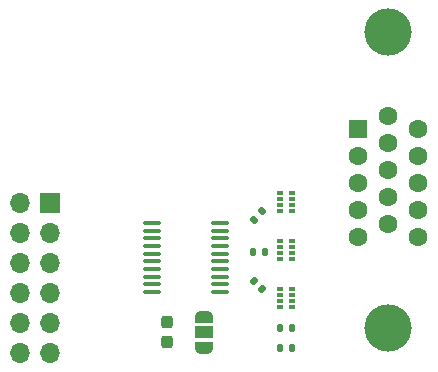
<source format=gbr>
%TF.GenerationSoftware,KiCad,Pcbnew,7.0.8*%
%TF.CreationDate,2023-10-08T11:25:24+02:00*%
%TF.ProjectId,tiny-vga,74696e79-2d76-4676-912e-6b696361645f,v1.0*%
%TF.SameCoordinates,Original*%
%TF.FileFunction,Soldermask,Top*%
%TF.FilePolarity,Negative*%
%FSLAX46Y46*%
G04 Gerber Fmt 4.6, Leading zero omitted, Abs format (unit mm)*
G04 Created by KiCad (PCBNEW 7.0.8) date 2023-10-08 11:25:24*
%MOMM*%
%LPD*%
G01*
G04 APERTURE LIST*
G04 Aperture macros list*
%AMRoundRect*
0 Rectangle with rounded corners*
0 $1 Rounding radius*
0 $2 $3 $4 $5 $6 $7 $8 $9 X,Y pos of 4 corners*
0 Add a 4 corners polygon primitive as box body*
4,1,4,$2,$3,$4,$5,$6,$7,$8,$9,$2,$3,0*
0 Add four circle primitives for the rounded corners*
1,1,$1+$1,$2,$3*
1,1,$1+$1,$4,$5*
1,1,$1+$1,$6,$7*
1,1,$1+$1,$8,$9*
0 Add four rect primitives between the rounded corners*
20,1,$1+$1,$2,$3,$4,$5,0*
20,1,$1+$1,$4,$5,$6,$7,0*
20,1,$1+$1,$6,$7,$8,$9,0*
20,1,$1+$1,$8,$9,$2,$3,0*%
%AMFreePoly0*
4,1,19,0.550000,-0.750000,0.000000,-0.750000,0.000000,-0.744911,-0.071157,-0.744911,-0.207708,-0.704816,-0.327430,-0.627875,-0.420627,-0.520320,-0.479746,-0.390866,-0.500000,-0.250000,-0.500000,0.250000,-0.479746,0.390866,-0.420627,0.520320,-0.327430,0.627875,-0.207708,0.704816,-0.071157,0.744911,0.000000,0.744911,0.000000,0.750000,0.550000,0.750000,0.550000,-0.750000,0.550000,-0.750000,
$1*%
%AMFreePoly1*
4,1,19,0.000000,0.744911,0.071157,0.744911,0.207708,0.704816,0.327430,0.627875,0.420627,0.520320,0.479746,0.390866,0.500000,0.250000,0.500000,-0.250000,0.479746,-0.390866,0.420627,-0.520320,0.327430,-0.627875,0.207708,-0.704816,0.071157,-0.744911,0.000000,-0.744911,0.000000,-0.750000,-0.550000,-0.750000,-0.550000,0.750000,0.000000,0.750000,0.000000,0.744911,0.000000,0.744911,
$1*%
G04 Aperture macros list end*
%ADD10RoundRect,0.135000X-0.035355X0.226274X-0.226274X0.035355X0.035355X-0.226274X0.226274X-0.035355X0*%
%ADD11R,0.500000X0.400000*%
%ADD12R,0.500000X0.300000*%
%ADD13FreePoly0,90.000000*%
%ADD14R,1.500000X1.000000*%
%ADD15FreePoly1,90.000000*%
%ADD16R,1.700000X1.700000*%
%ADD17O,1.700000X1.700000*%
%ADD18RoundRect,0.135000X0.135000X0.185000X-0.135000X0.185000X-0.135000X-0.185000X0.135000X-0.185000X0*%
%ADD19C,4.000000*%
%ADD20R,1.600000X1.600000*%
%ADD21C,1.600000*%
%ADD22RoundRect,0.135000X-0.135000X-0.185000X0.135000X-0.185000X0.135000X0.185000X-0.135000X0.185000X0*%
%ADD23RoundRect,0.135000X0.226274X0.035355X0.035355X0.226274X-0.226274X-0.035355X-0.035355X-0.226274X0*%
%ADD24RoundRect,0.100000X0.637500X0.100000X-0.637500X0.100000X-0.637500X-0.100000X0.637500X-0.100000X0*%
%ADD25RoundRect,0.237500X-0.237500X0.300000X-0.237500X-0.300000X0.237500X-0.300000X0.237500X0.300000X0*%
G04 APERTURE END LIST*
D10*
%TO.C,R1*%
X150460624Y-80139376D03*
X149739376Y-80860624D03*
%TD*%
D11*
%TO.C,RN3*%
X153000000Y-88250000D03*
D12*
X153000000Y-87750000D03*
X153000000Y-87250000D03*
D11*
X153000000Y-86750000D03*
X152000000Y-86750000D03*
D12*
X152000000Y-87250000D03*
X152000000Y-87750000D03*
D11*
X152000000Y-88250000D03*
%TD*%
D13*
%TO.C,JP1*%
X145500000Y-91700000D03*
D14*
X145500000Y-90400000D03*
D15*
X145500000Y-89100000D03*
%TD*%
D16*
%TO.C,J1*%
X132540000Y-79460000D03*
D17*
X132540000Y-82000000D03*
X132540000Y-84540000D03*
X132540000Y-87080000D03*
X132540000Y-89620000D03*
X132540000Y-92160000D03*
X130000000Y-79460000D03*
X130000000Y-82000000D03*
X130000000Y-84540000D03*
X130000000Y-87080000D03*
X130000000Y-89620000D03*
X130000000Y-92160000D03*
%TD*%
D18*
%TO.C,R2*%
X150700000Y-83600000D03*
X149680000Y-83600000D03*
%TD*%
D19*
%TO.C,J2*%
X161120000Y-90015000D03*
X161120000Y-65015000D03*
D20*
X158580000Y-73190000D03*
D21*
X158580000Y-75480000D03*
X158580000Y-77770000D03*
X158580000Y-80060000D03*
X158580000Y-82350000D03*
X161120000Y-72045000D03*
X161120000Y-74335000D03*
X161120000Y-76625000D03*
X161120000Y-78915000D03*
X161120000Y-81205000D03*
X163660000Y-73190000D03*
X163660000Y-75480000D03*
X163660000Y-77770000D03*
X163660000Y-80060000D03*
X163660000Y-82350000D03*
%TD*%
D22*
%TO.C,R4*%
X151990000Y-91700000D03*
X153010000Y-91700000D03*
%TD*%
%TO.C,R5*%
X151990000Y-90000000D03*
X153010000Y-90000000D03*
%TD*%
D11*
%TO.C,RN1*%
X153000000Y-80100000D03*
D12*
X153000000Y-79600000D03*
X153000000Y-79100000D03*
D11*
X153000000Y-78600000D03*
X152000000Y-78600000D03*
D12*
X152000000Y-79100000D03*
X152000000Y-79600000D03*
D11*
X152000000Y-80100000D03*
%TD*%
D23*
%TO.C,R3*%
X150460624Y-86760624D03*
X149739376Y-86039376D03*
%TD*%
D11*
%TO.C,RN2*%
X153000000Y-84200000D03*
D12*
X153000000Y-83700000D03*
X153000000Y-83200000D03*
D11*
X153000000Y-82700000D03*
X152000000Y-82700000D03*
D12*
X152000000Y-83200000D03*
X152000000Y-83700000D03*
D11*
X152000000Y-84200000D03*
%TD*%
D24*
%TO.C,U1*%
X146862500Y-87000000D03*
X146862500Y-86350000D03*
X146862500Y-85700000D03*
X146862500Y-85050000D03*
X146862500Y-84400000D03*
X146862500Y-83750000D03*
X146862500Y-83100000D03*
X146862500Y-82450000D03*
X146862500Y-81800000D03*
X146862500Y-81150000D03*
X141137500Y-81150000D03*
X141137500Y-81800000D03*
X141137500Y-82450000D03*
X141137500Y-83100000D03*
X141137500Y-83750000D03*
X141137500Y-84400000D03*
X141137500Y-85050000D03*
X141137500Y-85700000D03*
X141137500Y-86350000D03*
X141137500Y-87000000D03*
%TD*%
D25*
%TO.C,C1*%
X142400000Y-89537500D03*
X142400000Y-91262500D03*
%TD*%
M02*

</source>
